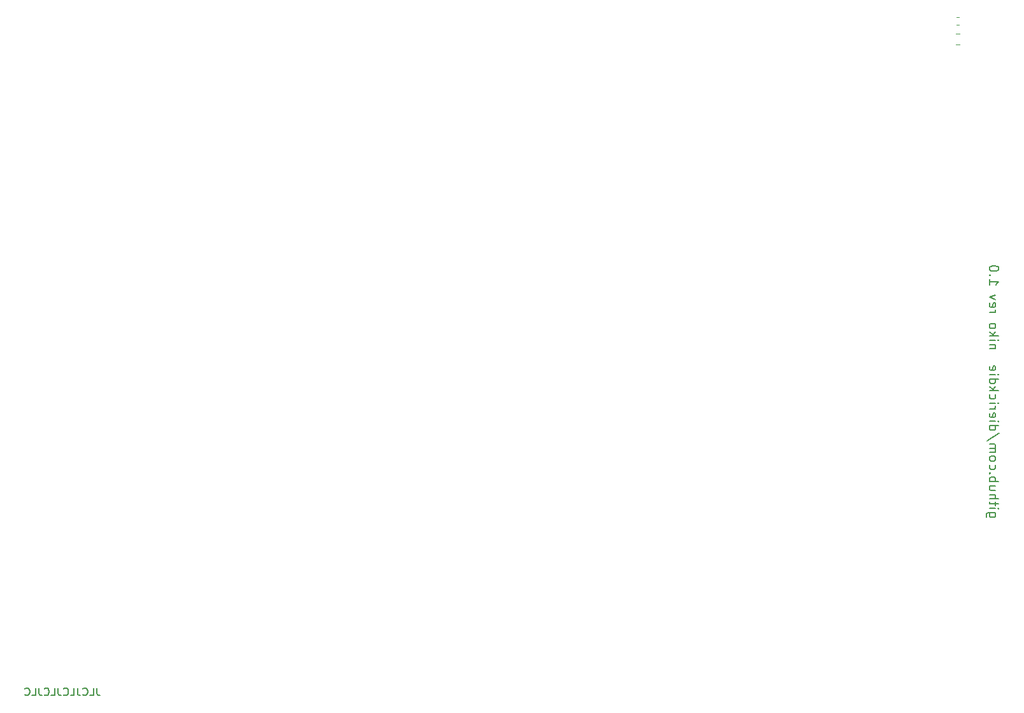
<source format=gbr>
G04 #@! TF.GenerationSoftware,KiCad,Pcbnew,(5.1.4-0)*
G04 #@! TF.CreationDate,2021-10-13T07:22:11-05:00*
G04 #@! TF.ProjectId,niko_top_plate,6e696b6f-5f74-46f7-905f-706c6174652e,rev?*
G04 #@! TF.SameCoordinates,Original*
G04 #@! TF.FileFunction,Legend,Bot*
G04 #@! TF.FilePolarity,Positive*
%FSLAX46Y46*%
G04 Gerber Fmt 4.6, Leading zero omitted, Abs format (unit mm)*
G04 Created by KiCad (PCBNEW (5.1.4-0)) date 2021-10-13 07:22:11*
%MOMM*%
%LPD*%
G04 APERTURE LIST*
%ADD10C,0.150000*%
%ADD11C,0.200000*%
%ADD12C,0.120000*%
G04 APERTURE END LIST*
D10*
X197501107Y-179237510D02*
X197501107Y-179951796D01*
X197548726Y-180094653D01*
X197643964Y-180189891D01*
X197786821Y-180237510D01*
X197882060Y-180237510D01*
X196548726Y-180237510D02*
X197024917Y-180237510D01*
X197024917Y-179237510D01*
X195643964Y-180142272D02*
X195691583Y-180189891D01*
X195834440Y-180237510D01*
X195929679Y-180237510D01*
X196072536Y-180189891D01*
X196167774Y-180094653D01*
X196215393Y-179999415D01*
X196263012Y-179808939D01*
X196263012Y-179666082D01*
X196215393Y-179475606D01*
X196167774Y-179380368D01*
X196072536Y-179285130D01*
X195929679Y-179237510D01*
X195834440Y-179237510D01*
X195691583Y-179285130D01*
X195643964Y-179332749D01*
X194929679Y-179237510D02*
X194929679Y-179951796D01*
X194977298Y-180094653D01*
X195072536Y-180189891D01*
X195215393Y-180237510D01*
X195310631Y-180237510D01*
X193977298Y-180237510D02*
X194453488Y-180237510D01*
X194453488Y-179237510D01*
X193072536Y-180142272D02*
X193120155Y-180189891D01*
X193263012Y-180237510D01*
X193358250Y-180237510D01*
X193501107Y-180189891D01*
X193596345Y-180094653D01*
X193643964Y-179999415D01*
X193691583Y-179808939D01*
X193691583Y-179666082D01*
X193643964Y-179475606D01*
X193596345Y-179380368D01*
X193501107Y-179285130D01*
X193358250Y-179237510D01*
X193263012Y-179237510D01*
X193120155Y-179285130D01*
X193072536Y-179332749D01*
X192358250Y-179237510D02*
X192358250Y-179951796D01*
X192405869Y-180094653D01*
X192501107Y-180189891D01*
X192643964Y-180237510D01*
X192739202Y-180237510D01*
X191405869Y-180237510D02*
X191882060Y-180237510D01*
X191882060Y-179237510D01*
X190501107Y-180142272D02*
X190548726Y-180189891D01*
X190691583Y-180237510D01*
X190786821Y-180237510D01*
X190929679Y-180189891D01*
X191024917Y-180094653D01*
X191072536Y-179999415D01*
X191120155Y-179808939D01*
X191120155Y-179666082D01*
X191072536Y-179475606D01*
X191024917Y-179380368D01*
X190929679Y-179285130D01*
X190786821Y-179237510D01*
X190691583Y-179237510D01*
X190548726Y-179285130D01*
X190501107Y-179332749D01*
X189786821Y-179237510D02*
X189786821Y-179951796D01*
X189834440Y-180094653D01*
X189929679Y-180189891D01*
X190072536Y-180237510D01*
X190167774Y-180237510D01*
X188834440Y-180237510D02*
X189310631Y-180237510D01*
X189310631Y-179237510D01*
X187929679Y-180142272D02*
X187977298Y-180189891D01*
X188120155Y-180237510D01*
X188215393Y-180237510D01*
X188358250Y-180189891D01*
X188453488Y-180094653D01*
X188501107Y-179999415D01*
X188548726Y-179808939D01*
X188548726Y-179666082D01*
X188501107Y-179475606D01*
X188453488Y-179380368D01*
X188358250Y-179285130D01*
X188215393Y-179237510D01*
X188120155Y-179237510D01*
X187977298Y-179285130D01*
X187929679Y-179332749D01*
D11*
X316975437Y-155941537D02*
X315963532Y-155941537D01*
X315844484Y-156001061D01*
X315784960Y-156060585D01*
X315725437Y-156179632D01*
X315725437Y-156358204D01*
X315784960Y-156477251D01*
X316201627Y-155941537D02*
X316142103Y-156060585D01*
X316142103Y-156298680D01*
X316201627Y-156417728D01*
X316261151Y-156477251D01*
X316380199Y-156536775D01*
X316737341Y-156536775D01*
X316856389Y-156477251D01*
X316915913Y-156417728D01*
X316975437Y-156298680D01*
X316975437Y-156060585D01*
X316915913Y-155941537D01*
X316142103Y-155346299D02*
X316975437Y-155346299D01*
X317392103Y-155346299D02*
X317332580Y-155405823D01*
X317273056Y-155346299D01*
X317332580Y-155286775D01*
X317392103Y-155346299D01*
X317273056Y-155346299D01*
X316975437Y-154929632D02*
X316975437Y-154453442D01*
X317392103Y-154751061D02*
X316320675Y-154751061D01*
X316201627Y-154691537D01*
X316142103Y-154572490D01*
X316142103Y-154453442D01*
X316142103Y-154036775D02*
X317392103Y-154036775D01*
X316142103Y-153501061D02*
X316796865Y-153501061D01*
X316915913Y-153560585D01*
X316975437Y-153679632D01*
X316975437Y-153858204D01*
X316915913Y-153977251D01*
X316856389Y-154036775D01*
X316975437Y-152370109D02*
X316142103Y-152370109D01*
X316975437Y-152905823D02*
X316320675Y-152905823D01*
X316201627Y-152846299D01*
X316142103Y-152727251D01*
X316142103Y-152548680D01*
X316201627Y-152429632D01*
X316261151Y-152370109D01*
X316142103Y-151774870D02*
X317392103Y-151774870D01*
X316915913Y-151774870D02*
X316975437Y-151655823D01*
X316975437Y-151417728D01*
X316915913Y-151298680D01*
X316856389Y-151239156D01*
X316737341Y-151179632D01*
X316380199Y-151179632D01*
X316261151Y-151239156D01*
X316201627Y-151298680D01*
X316142103Y-151417728D01*
X316142103Y-151655823D01*
X316201627Y-151774870D01*
X316261151Y-150643918D02*
X316201627Y-150584394D01*
X316142103Y-150643918D01*
X316201627Y-150703442D01*
X316261151Y-150643918D01*
X316142103Y-150643918D01*
X316201627Y-149512966D02*
X316142103Y-149632013D01*
X316142103Y-149870109D01*
X316201627Y-149989156D01*
X316261151Y-150048680D01*
X316380199Y-150108204D01*
X316737341Y-150108204D01*
X316856389Y-150048680D01*
X316915913Y-149989156D01*
X316975437Y-149870109D01*
X316975437Y-149632013D01*
X316915913Y-149512966D01*
X316142103Y-148798680D02*
X316201627Y-148917728D01*
X316261151Y-148977251D01*
X316380199Y-149036775D01*
X316737341Y-149036775D01*
X316856389Y-148977251D01*
X316915913Y-148917728D01*
X316975437Y-148798680D01*
X316975437Y-148620109D01*
X316915913Y-148501061D01*
X316856389Y-148441537D01*
X316737341Y-148382013D01*
X316380199Y-148382013D01*
X316261151Y-148441537D01*
X316201627Y-148501061D01*
X316142103Y-148620109D01*
X316142103Y-148798680D01*
X316142103Y-147846299D02*
X316975437Y-147846299D01*
X316856389Y-147846299D02*
X316915913Y-147786775D01*
X316975437Y-147667728D01*
X316975437Y-147489156D01*
X316915913Y-147370109D01*
X316796865Y-147310585D01*
X316142103Y-147310585D01*
X316796865Y-147310585D02*
X316915913Y-147251061D01*
X316975437Y-147132013D01*
X316975437Y-146953442D01*
X316915913Y-146834394D01*
X316796865Y-146774870D01*
X316142103Y-146774870D01*
X317451627Y-145286775D02*
X315844484Y-146358204D01*
X316142103Y-144334394D02*
X317392103Y-144334394D01*
X316201627Y-144334394D02*
X316142103Y-144453442D01*
X316142103Y-144691537D01*
X316201627Y-144810585D01*
X316261151Y-144870109D01*
X316380199Y-144929632D01*
X316737341Y-144929632D01*
X316856389Y-144870109D01*
X316915913Y-144810585D01*
X316975437Y-144691537D01*
X316975437Y-144453442D01*
X316915913Y-144334394D01*
X316142103Y-143739156D02*
X316975437Y-143739156D01*
X317392103Y-143739156D02*
X317332580Y-143798680D01*
X317273056Y-143739156D01*
X317332580Y-143679632D01*
X317392103Y-143739156D01*
X317273056Y-143739156D01*
X316201627Y-142667728D02*
X316142103Y-142786775D01*
X316142103Y-143024870D01*
X316201627Y-143143918D01*
X316320675Y-143203442D01*
X316796865Y-143203442D01*
X316915913Y-143143918D01*
X316975437Y-143024870D01*
X316975437Y-142786775D01*
X316915913Y-142667728D01*
X316796865Y-142608204D01*
X316677818Y-142608204D01*
X316558770Y-143203442D01*
X316142103Y-142072490D02*
X316975437Y-142072490D01*
X316737341Y-142072490D02*
X316856389Y-142012966D01*
X316915913Y-141953442D01*
X316975437Y-141834394D01*
X316975437Y-141715347D01*
X316142103Y-141298680D02*
X316975437Y-141298680D01*
X317392103Y-141298680D02*
X317332580Y-141358204D01*
X317273056Y-141298680D01*
X317332580Y-141239156D01*
X317392103Y-141298680D01*
X317273056Y-141298680D01*
X316201627Y-140167728D02*
X316142103Y-140286775D01*
X316142103Y-140524870D01*
X316201627Y-140643918D01*
X316261151Y-140703442D01*
X316380199Y-140762966D01*
X316737341Y-140762966D01*
X316856389Y-140703442D01*
X316915913Y-140643918D01*
X316975437Y-140524870D01*
X316975437Y-140286775D01*
X316915913Y-140167728D01*
X316142103Y-139632013D02*
X317392103Y-139632013D01*
X316618294Y-139512966D02*
X316142103Y-139155823D01*
X316975437Y-139155823D02*
X316499246Y-139632013D01*
X316142103Y-138084394D02*
X317392103Y-138084394D01*
X316201627Y-138084394D02*
X316142103Y-138203442D01*
X316142103Y-138441537D01*
X316201627Y-138560585D01*
X316261151Y-138620109D01*
X316380199Y-138679632D01*
X316737341Y-138679632D01*
X316856389Y-138620109D01*
X316915913Y-138560585D01*
X316975437Y-138441537D01*
X316975437Y-138203442D01*
X316915913Y-138084394D01*
X316142103Y-137489156D02*
X316975437Y-137489156D01*
X317392103Y-137489156D02*
X317332580Y-137548680D01*
X317273056Y-137489156D01*
X317332580Y-137429632D01*
X317392103Y-137489156D01*
X317273056Y-137489156D01*
X316201627Y-136417728D02*
X316142103Y-136536775D01*
X316142103Y-136774870D01*
X316201627Y-136893918D01*
X316320675Y-136953442D01*
X316796865Y-136953442D01*
X316915913Y-136893918D01*
X316975437Y-136774870D01*
X316975437Y-136536775D01*
X316915913Y-136417728D01*
X316796865Y-136358204D01*
X316677818Y-136358204D01*
X316558770Y-136953442D01*
X316975437Y-134064230D02*
X316142103Y-134064230D01*
X316856389Y-134064230D02*
X316915913Y-134004706D01*
X316975437Y-133885659D01*
X316975437Y-133707087D01*
X316915913Y-133588040D01*
X316796865Y-133528516D01*
X316142103Y-133528516D01*
X316142103Y-132933278D02*
X316975437Y-132933278D01*
X317392103Y-132933278D02*
X317332580Y-132992801D01*
X317273056Y-132933278D01*
X317332580Y-132873754D01*
X317392103Y-132933278D01*
X317273056Y-132933278D01*
X316142103Y-132338040D02*
X317392103Y-132338040D01*
X316618294Y-132218992D02*
X316142103Y-131861849D01*
X316975437Y-131861849D02*
X316499246Y-132338040D01*
X316142103Y-131147563D02*
X316201627Y-131266611D01*
X316261151Y-131326135D01*
X316380199Y-131385659D01*
X316737341Y-131385659D01*
X316856389Y-131326135D01*
X316915913Y-131266611D01*
X316975437Y-131147563D01*
X316975437Y-130968992D01*
X316915913Y-130849944D01*
X316856389Y-130790420D01*
X316737341Y-130730897D01*
X316380199Y-130730897D01*
X316261151Y-130790420D01*
X316201627Y-130849944D01*
X316142103Y-130968992D01*
X316142103Y-131147563D01*
X316142103Y-129242801D02*
X316975437Y-129242801D01*
X316737341Y-129242801D02*
X316856389Y-129183278D01*
X316915913Y-129123754D01*
X316975437Y-129004706D01*
X316975437Y-128885659D01*
X316201627Y-127992801D02*
X316142103Y-128111849D01*
X316142103Y-128349944D01*
X316201627Y-128468992D01*
X316320675Y-128528516D01*
X316796865Y-128528516D01*
X316915913Y-128468992D01*
X316975437Y-128349944D01*
X316975437Y-128111849D01*
X316915913Y-127992801D01*
X316796865Y-127933278D01*
X316677818Y-127933278D01*
X316558770Y-128528516D01*
X316975437Y-127516611D02*
X316142103Y-127218992D01*
X316975437Y-126921373D01*
X316142103Y-124838040D02*
X316142103Y-125552325D01*
X316142103Y-125195182D02*
X317392103Y-125195182D01*
X317213532Y-125314230D01*
X317094484Y-125433278D01*
X317034960Y-125552325D01*
X316261151Y-124302325D02*
X316201627Y-124242801D01*
X316142103Y-124302325D01*
X316201627Y-124361849D01*
X316261151Y-124302325D01*
X316142103Y-124302325D01*
X317392103Y-123468992D02*
X317392103Y-123349944D01*
X317332580Y-123230897D01*
X317273056Y-123171373D01*
X317154008Y-123111849D01*
X316915913Y-123052325D01*
X316618294Y-123052325D01*
X316380199Y-123111849D01*
X316261151Y-123171373D01*
X316201627Y-123230897D01*
X316142103Y-123349944D01*
X316142103Y-123468992D01*
X316201627Y-123588040D01*
X316261151Y-123647563D01*
X316380199Y-123707087D01*
X316618294Y-123766611D01*
X316915913Y-123766611D01*
X317154008Y-123707087D01*
X317273056Y-123647563D01*
X317332580Y-123588040D01*
X317392103Y-123468992D01*
D12*
X311683808Y-92159140D02*
X312206312Y-92159140D01*
X311683808Y-93579140D02*
X312206312Y-93579140D01*
X311773793Y-89977880D02*
X312116327Y-89977880D01*
X311773793Y-90997880D02*
X312116327Y-90997880D01*
M02*

</source>
